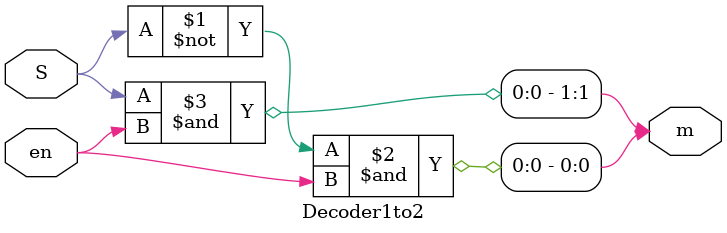
<source format=v>
`timescale 1ns / 1ps

module Decoder1to2(m, S, en);
	input S; // select
	input en; // enable (positive logic)
	output [1:0]m; // 32 minterms
	
	assign m[0] = ~S&en;
	assign m[1] = S&en;
	
endmodule

</source>
